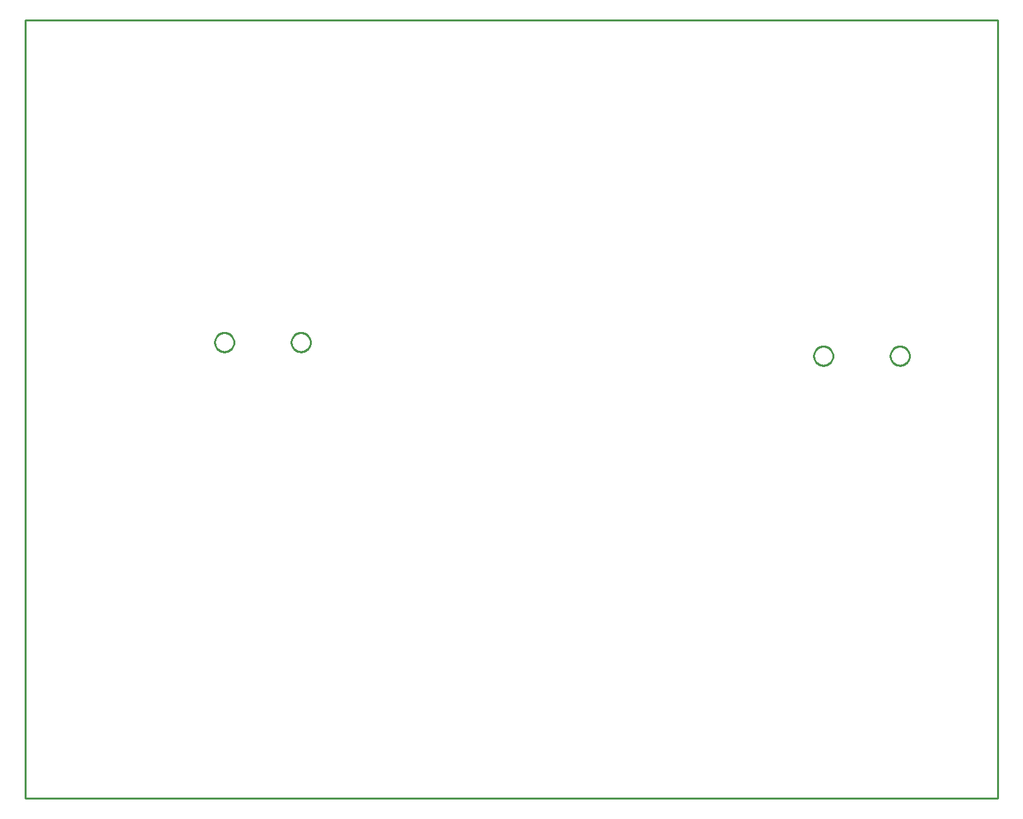
<source format=gbr>
G04 EAGLE Gerber RS-274X export*
G75*
%MOMM*%
%FSLAX34Y34*%
%LPD*%
%IN*%
%IPPOS*%
%AMOC8*
5,1,8,0,0,1.08239X$1,22.5*%
G01*
%ADD10C,0.254000*%


D10*
X0Y0D02*
X1270000Y0D01*
X1270000Y1016000D01*
X0Y1016000D01*
X0Y0D01*
X1054700Y577509D02*
X1054623Y576530D01*
X1054469Y575560D01*
X1054240Y574604D01*
X1053936Y573670D01*
X1053561Y572763D01*
X1053115Y571888D01*
X1052601Y571050D01*
X1052024Y570255D01*
X1051386Y569508D01*
X1050692Y568814D01*
X1049945Y568176D01*
X1049150Y567599D01*
X1048312Y567085D01*
X1047437Y566639D01*
X1046530Y566264D01*
X1045596Y565960D01*
X1044641Y565731D01*
X1043670Y565577D01*
X1042691Y565500D01*
X1041709Y565500D01*
X1040730Y565577D01*
X1039760Y565731D01*
X1038804Y565960D01*
X1037870Y566264D01*
X1036963Y566639D01*
X1036088Y567085D01*
X1035250Y567599D01*
X1034455Y568176D01*
X1033708Y568814D01*
X1033014Y569508D01*
X1032376Y570255D01*
X1031799Y571050D01*
X1031285Y571888D01*
X1030839Y572763D01*
X1030464Y573670D01*
X1030160Y574604D01*
X1029931Y575560D01*
X1029777Y576530D01*
X1029700Y577509D01*
X1029700Y578491D01*
X1029777Y579470D01*
X1029931Y580441D01*
X1030160Y581396D01*
X1030464Y582330D01*
X1030839Y583237D01*
X1031285Y584112D01*
X1031799Y584950D01*
X1032376Y585745D01*
X1033014Y586492D01*
X1033708Y587186D01*
X1034455Y587824D01*
X1035250Y588401D01*
X1036088Y588915D01*
X1036963Y589361D01*
X1037870Y589736D01*
X1038804Y590040D01*
X1039760Y590269D01*
X1040730Y590423D01*
X1041709Y590500D01*
X1042691Y590500D01*
X1043670Y590423D01*
X1044641Y590269D01*
X1045596Y590040D01*
X1046530Y589736D01*
X1047437Y589361D01*
X1048312Y588915D01*
X1049150Y588401D01*
X1049945Y587824D01*
X1050692Y587186D01*
X1051386Y586492D01*
X1052024Y585745D01*
X1052601Y584950D01*
X1053115Y584112D01*
X1053561Y583237D01*
X1053936Y582330D01*
X1054240Y581396D01*
X1054469Y580441D01*
X1054623Y579470D01*
X1054700Y578491D01*
X1054700Y577509D01*
X1154700Y577509D02*
X1154623Y576530D01*
X1154469Y575560D01*
X1154240Y574604D01*
X1153936Y573670D01*
X1153561Y572763D01*
X1153115Y571888D01*
X1152601Y571050D01*
X1152024Y570255D01*
X1151386Y569508D01*
X1150692Y568814D01*
X1149945Y568176D01*
X1149150Y567599D01*
X1148312Y567085D01*
X1147437Y566639D01*
X1146530Y566264D01*
X1145596Y565960D01*
X1144641Y565731D01*
X1143670Y565577D01*
X1142691Y565500D01*
X1141709Y565500D01*
X1140730Y565577D01*
X1139760Y565731D01*
X1138804Y565960D01*
X1137870Y566264D01*
X1136963Y566639D01*
X1136088Y567085D01*
X1135250Y567599D01*
X1134455Y568176D01*
X1133708Y568814D01*
X1133014Y569508D01*
X1132376Y570255D01*
X1131799Y571050D01*
X1131285Y571888D01*
X1130839Y572763D01*
X1130464Y573670D01*
X1130160Y574604D01*
X1129931Y575560D01*
X1129777Y576530D01*
X1129700Y577509D01*
X1129700Y578491D01*
X1129777Y579470D01*
X1129931Y580441D01*
X1130160Y581396D01*
X1130464Y582330D01*
X1130839Y583237D01*
X1131285Y584112D01*
X1131799Y584950D01*
X1132376Y585745D01*
X1133014Y586492D01*
X1133708Y587186D01*
X1134455Y587824D01*
X1135250Y588401D01*
X1136088Y588915D01*
X1136963Y589361D01*
X1137870Y589736D01*
X1138804Y590040D01*
X1139760Y590269D01*
X1140730Y590423D01*
X1141709Y590500D01*
X1142691Y590500D01*
X1143670Y590423D01*
X1144641Y590269D01*
X1145596Y590040D01*
X1146530Y589736D01*
X1147437Y589361D01*
X1148312Y588915D01*
X1149150Y588401D01*
X1149945Y587824D01*
X1150692Y587186D01*
X1151386Y586492D01*
X1152024Y585745D01*
X1152601Y584950D01*
X1153115Y584112D01*
X1153561Y583237D01*
X1153936Y582330D01*
X1154240Y581396D01*
X1154469Y580441D01*
X1154623Y579470D01*
X1154700Y578491D01*
X1154700Y577509D01*
X272380Y595289D02*
X272303Y594310D01*
X272149Y593340D01*
X271920Y592384D01*
X271616Y591450D01*
X271241Y590543D01*
X270795Y589668D01*
X270281Y588830D01*
X269704Y588035D01*
X269066Y587288D01*
X268372Y586594D01*
X267625Y585956D01*
X266830Y585379D01*
X265992Y584865D01*
X265117Y584419D01*
X264210Y584044D01*
X263276Y583740D01*
X262321Y583511D01*
X261350Y583357D01*
X260371Y583280D01*
X259389Y583280D01*
X258410Y583357D01*
X257440Y583511D01*
X256484Y583740D01*
X255550Y584044D01*
X254643Y584419D01*
X253768Y584865D01*
X252930Y585379D01*
X252135Y585956D01*
X251388Y586594D01*
X250694Y587288D01*
X250056Y588035D01*
X249479Y588830D01*
X248965Y589668D01*
X248519Y590543D01*
X248144Y591450D01*
X247840Y592384D01*
X247611Y593340D01*
X247457Y594310D01*
X247380Y595289D01*
X247380Y596271D01*
X247457Y597250D01*
X247611Y598221D01*
X247840Y599176D01*
X248144Y600110D01*
X248519Y601017D01*
X248965Y601892D01*
X249479Y602730D01*
X250056Y603525D01*
X250694Y604272D01*
X251388Y604966D01*
X252135Y605604D01*
X252930Y606181D01*
X253768Y606695D01*
X254643Y607141D01*
X255550Y607516D01*
X256484Y607820D01*
X257440Y608049D01*
X258410Y608203D01*
X259389Y608280D01*
X260371Y608280D01*
X261350Y608203D01*
X262321Y608049D01*
X263276Y607820D01*
X264210Y607516D01*
X265117Y607141D01*
X265992Y606695D01*
X266830Y606181D01*
X267625Y605604D01*
X268372Y604966D01*
X269066Y604272D01*
X269704Y603525D01*
X270281Y602730D01*
X270795Y601892D01*
X271241Y601017D01*
X271616Y600110D01*
X271920Y599176D01*
X272149Y598221D01*
X272303Y597250D01*
X272380Y596271D01*
X272380Y595289D01*
X372380Y595289D02*
X372303Y594310D01*
X372149Y593340D01*
X371920Y592384D01*
X371616Y591450D01*
X371241Y590543D01*
X370795Y589668D01*
X370281Y588830D01*
X369704Y588035D01*
X369066Y587288D01*
X368372Y586594D01*
X367625Y585956D01*
X366830Y585379D01*
X365992Y584865D01*
X365117Y584419D01*
X364210Y584044D01*
X363276Y583740D01*
X362321Y583511D01*
X361350Y583357D01*
X360371Y583280D01*
X359389Y583280D01*
X358410Y583357D01*
X357440Y583511D01*
X356484Y583740D01*
X355550Y584044D01*
X354643Y584419D01*
X353768Y584865D01*
X352930Y585379D01*
X352135Y585956D01*
X351388Y586594D01*
X350694Y587288D01*
X350056Y588035D01*
X349479Y588830D01*
X348965Y589668D01*
X348519Y590543D01*
X348144Y591450D01*
X347840Y592384D01*
X347611Y593340D01*
X347457Y594310D01*
X347380Y595289D01*
X347380Y596271D01*
X347457Y597250D01*
X347611Y598221D01*
X347840Y599176D01*
X348144Y600110D01*
X348519Y601017D01*
X348965Y601892D01*
X349479Y602730D01*
X350056Y603525D01*
X350694Y604272D01*
X351388Y604966D01*
X352135Y605604D01*
X352930Y606181D01*
X353768Y606695D01*
X354643Y607141D01*
X355550Y607516D01*
X356484Y607820D01*
X357440Y608049D01*
X358410Y608203D01*
X359389Y608280D01*
X360371Y608280D01*
X361350Y608203D01*
X362321Y608049D01*
X363276Y607820D01*
X364210Y607516D01*
X365117Y607141D01*
X365992Y606695D01*
X366830Y606181D01*
X367625Y605604D01*
X368372Y604966D01*
X369066Y604272D01*
X369704Y603525D01*
X370281Y602730D01*
X370795Y601892D01*
X371241Y601017D01*
X371616Y600110D01*
X371920Y599176D01*
X372149Y598221D01*
X372303Y597250D01*
X372380Y596271D01*
X372380Y595289D01*
M02*

</source>
